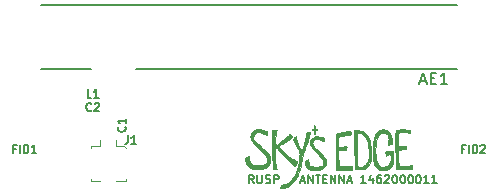
<source format=gbr>
%TF.GenerationSoftware,KiCad,Pcbnew,5.1.6+dfsg1-1~bpo10+1*%
%TF.CreationDate,2021-03-29T13:25:19-04:00*%
%TF.ProjectId,RUSP_Antenna,52555350-5f41-46e7-9465-6e6e612e6b69,rev?*%
%TF.SameCoordinates,Original*%
%TF.FileFunction,Legend,Top*%
%TF.FilePolarity,Positive*%
%FSLAX46Y46*%
G04 Gerber Fmt 4.6, Leading zero omitted, Abs format (unit mm)*
G04 Created by KiCad (PCBNEW 5.1.6+dfsg1-1~bpo10+1) date 2021-03-29 13:25:19*
%MOMM*%
%LPD*%
G01*
G04 APERTURE LIST*
%ADD10C,0.150000*%
%ADD11C,0.010000*%
%ADD12C,0.120000*%
G04 APERTURE END LIST*
D10*
X145183333Y-104616666D02*
X144950000Y-104283333D01*
X144783333Y-104616666D02*
X144783333Y-103916666D01*
X145050000Y-103916666D01*
X145116666Y-103950000D01*
X145150000Y-103983333D01*
X145183333Y-104050000D01*
X145183333Y-104150000D01*
X145150000Y-104216666D01*
X145116666Y-104250000D01*
X145050000Y-104283333D01*
X144783333Y-104283333D01*
X145483333Y-103916666D02*
X145483333Y-104483333D01*
X145516666Y-104550000D01*
X145550000Y-104583333D01*
X145616666Y-104616666D01*
X145750000Y-104616666D01*
X145816666Y-104583333D01*
X145850000Y-104550000D01*
X145883333Y-104483333D01*
X145883333Y-103916666D01*
X146183333Y-104583333D02*
X146283333Y-104616666D01*
X146450000Y-104616666D01*
X146516666Y-104583333D01*
X146550000Y-104550000D01*
X146583333Y-104483333D01*
X146583333Y-104416666D01*
X146550000Y-104350000D01*
X146516666Y-104316666D01*
X146450000Y-104283333D01*
X146316666Y-104250000D01*
X146250000Y-104216666D01*
X146216666Y-104183333D01*
X146183333Y-104116666D01*
X146183333Y-104050000D01*
X146216666Y-103983333D01*
X146250000Y-103950000D01*
X146316666Y-103916666D01*
X146483333Y-103916666D01*
X146583333Y-103950000D01*
X146883333Y-104616666D02*
X146883333Y-103916666D01*
X147150000Y-103916666D01*
X147216666Y-103950000D01*
X147250000Y-103983333D01*
X147283333Y-104050000D01*
X147283333Y-104150000D01*
X147250000Y-104216666D01*
X147216666Y-104250000D01*
X147150000Y-104283333D01*
X146883333Y-104283333D01*
X149150000Y-104416666D02*
X149483333Y-104416666D01*
X149083333Y-104616666D02*
X149316666Y-103916666D01*
X149550000Y-104616666D01*
X149783333Y-104616666D02*
X149783333Y-103916666D01*
X150183333Y-104616666D01*
X150183333Y-103916666D01*
X150416666Y-103916666D02*
X150816666Y-103916666D01*
X150616666Y-104616666D02*
X150616666Y-103916666D01*
X151050000Y-104250000D02*
X151283333Y-104250000D01*
X151383333Y-104616666D02*
X151050000Y-104616666D01*
X151050000Y-103916666D01*
X151383333Y-103916666D01*
X151683333Y-104616666D02*
X151683333Y-103916666D01*
X152083333Y-104616666D01*
X152083333Y-103916666D01*
X152416666Y-104616666D02*
X152416666Y-103916666D01*
X152816666Y-104616666D01*
X152816666Y-103916666D01*
X153116666Y-104416666D02*
X153450000Y-104416666D01*
X153050000Y-104616666D02*
X153283333Y-103916666D01*
X153516666Y-104616666D01*
X154650000Y-104616666D02*
X154250000Y-104616666D01*
X154450000Y-104616666D02*
X154450000Y-103916666D01*
X154383333Y-104016666D01*
X154316666Y-104083333D01*
X154250000Y-104116666D01*
X155250000Y-104150000D02*
X155250000Y-104616666D01*
X155083333Y-103883333D02*
X154916666Y-104383333D01*
X155350000Y-104383333D01*
X155916666Y-103916666D02*
X155783333Y-103916666D01*
X155716666Y-103950000D01*
X155683333Y-103983333D01*
X155616666Y-104083333D01*
X155583333Y-104216666D01*
X155583333Y-104483333D01*
X155616666Y-104550000D01*
X155650000Y-104583333D01*
X155716666Y-104616666D01*
X155850000Y-104616666D01*
X155916666Y-104583333D01*
X155950000Y-104550000D01*
X155983333Y-104483333D01*
X155983333Y-104316666D01*
X155950000Y-104250000D01*
X155916666Y-104216666D01*
X155850000Y-104183333D01*
X155716666Y-104183333D01*
X155650000Y-104216666D01*
X155616666Y-104250000D01*
X155583333Y-104316666D01*
X156250000Y-103983333D02*
X156283333Y-103950000D01*
X156350000Y-103916666D01*
X156516666Y-103916666D01*
X156583333Y-103950000D01*
X156616666Y-103983333D01*
X156650000Y-104050000D01*
X156650000Y-104116666D01*
X156616666Y-104216666D01*
X156216666Y-104616666D01*
X156650000Y-104616666D01*
X157083333Y-103916666D02*
X157150000Y-103916666D01*
X157216666Y-103950000D01*
X157250000Y-103983333D01*
X157283333Y-104050000D01*
X157316666Y-104183333D01*
X157316666Y-104350000D01*
X157283333Y-104483333D01*
X157250000Y-104550000D01*
X157216666Y-104583333D01*
X157150000Y-104616666D01*
X157083333Y-104616666D01*
X157016666Y-104583333D01*
X156983333Y-104550000D01*
X156950000Y-104483333D01*
X156916666Y-104350000D01*
X156916666Y-104183333D01*
X156950000Y-104050000D01*
X156983333Y-103983333D01*
X157016666Y-103950000D01*
X157083333Y-103916666D01*
X157750000Y-103916666D02*
X157816666Y-103916666D01*
X157883333Y-103950000D01*
X157916666Y-103983333D01*
X157950000Y-104050000D01*
X157983333Y-104183333D01*
X157983333Y-104350000D01*
X157950000Y-104483333D01*
X157916666Y-104550000D01*
X157883333Y-104583333D01*
X157816666Y-104616666D01*
X157750000Y-104616666D01*
X157683333Y-104583333D01*
X157650000Y-104550000D01*
X157616666Y-104483333D01*
X157583333Y-104350000D01*
X157583333Y-104183333D01*
X157616666Y-104050000D01*
X157650000Y-103983333D01*
X157683333Y-103950000D01*
X157750000Y-103916666D01*
X158416666Y-103916666D02*
X158483333Y-103916666D01*
X158550000Y-103950000D01*
X158583333Y-103983333D01*
X158616666Y-104050000D01*
X158650000Y-104183333D01*
X158650000Y-104350000D01*
X158616666Y-104483333D01*
X158583333Y-104550000D01*
X158550000Y-104583333D01*
X158483333Y-104616666D01*
X158416666Y-104616666D01*
X158350000Y-104583333D01*
X158316666Y-104550000D01*
X158283333Y-104483333D01*
X158250000Y-104350000D01*
X158250000Y-104183333D01*
X158283333Y-104050000D01*
X158316666Y-103983333D01*
X158350000Y-103950000D01*
X158416666Y-103916666D01*
X159083333Y-103916666D02*
X159149999Y-103916666D01*
X159216666Y-103950000D01*
X159249999Y-103983333D01*
X159283333Y-104050000D01*
X159316666Y-104183333D01*
X159316666Y-104350000D01*
X159283333Y-104483333D01*
X159249999Y-104550000D01*
X159216666Y-104583333D01*
X159149999Y-104616666D01*
X159083333Y-104616666D01*
X159016666Y-104583333D01*
X158983333Y-104550000D01*
X158949999Y-104483333D01*
X158916666Y-104350000D01*
X158916666Y-104183333D01*
X158949999Y-104050000D01*
X158983333Y-103983333D01*
X159016666Y-103950000D01*
X159083333Y-103916666D01*
X159983333Y-104616666D02*
X159583333Y-104616666D01*
X159783333Y-104616666D02*
X159783333Y-103916666D01*
X159716666Y-104016666D01*
X159649999Y-104083333D01*
X159583333Y-104116666D01*
X160649999Y-104616666D02*
X160249999Y-104616666D01*
X160449999Y-104616666D02*
X160449999Y-103916666D01*
X160383333Y-104016666D01*
X160316666Y-104083333D01*
X160249999Y-104116666D01*
D11*
%TO.C,G\u002A\u002A\u002A*%
G36*
X150335052Y-99844995D02*
G01*
X150355165Y-99953484D01*
X150384885Y-100017338D01*
X150431990Y-100047110D01*
X150488750Y-100053490D01*
X150541108Y-100062938D01*
X150547211Y-100083341D01*
X150511753Y-100104365D01*
X150461141Y-100114284D01*
X150410534Y-100122018D01*
X150381873Y-100142040D01*
X150366343Y-100188242D01*
X150355128Y-100274516D01*
X150354241Y-100282752D01*
X150340941Y-100378123D01*
X150326475Y-100440236D01*
X150313503Y-100463424D01*
X150304682Y-100442020D01*
X150302391Y-100393270D01*
X150294487Y-100261915D01*
X150268748Y-100176468D01*
X150222138Y-100129641D01*
X150187643Y-100117931D01*
X150122360Y-100097661D01*
X150093404Y-100074888D01*
X150106543Y-100057758D01*
X150142012Y-100053490D01*
X150206350Y-100045245D01*
X150247519Y-100014217D01*
X150273463Y-99949400D01*
X150291199Y-99846848D01*
X150313220Y-99681196D01*
X150335052Y-99844995D01*
G37*
X150335052Y-99844995D02*
X150355165Y-99953484D01*
X150384885Y-100017338D01*
X150431990Y-100047110D01*
X150488750Y-100053490D01*
X150541108Y-100062938D01*
X150547211Y-100083341D01*
X150511753Y-100104365D01*
X150461141Y-100114284D01*
X150410534Y-100122018D01*
X150381873Y-100142040D01*
X150366343Y-100188242D01*
X150355128Y-100274516D01*
X150354241Y-100282752D01*
X150340941Y-100378123D01*
X150326475Y-100440236D01*
X150313503Y-100463424D01*
X150304682Y-100442020D01*
X150302391Y-100393270D01*
X150294487Y-100261915D01*
X150268748Y-100176468D01*
X150222138Y-100129641D01*
X150187643Y-100117931D01*
X150122360Y-100097661D01*
X150093404Y-100074888D01*
X150106543Y-100057758D01*
X150142012Y-100053490D01*
X150206350Y-100045245D01*
X150247519Y-100014217D01*
X150273463Y-99949400D01*
X150291199Y-99846848D01*
X150313220Y-99681196D01*
X150335052Y-99844995D01*
G36*
X145673295Y-100034675D02*
G01*
X145779766Y-100056966D01*
X145904563Y-100088949D01*
X146033138Y-100126392D01*
X146150948Y-100165067D01*
X146243445Y-100200744D01*
X146295365Y-100228599D01*
X146318438Y-100270900D01*
X146321210Y-100350280D01*
X146316929Y-100394946D01*
X146305236Y-100475916D01*
X146293348Y-100531030D01*
X146287996Y-100543598D01*
X146260261Y-100536788D01*
X146206181Y-100504301D01*
X146183606Y-100488122D01*
X146050832Y-100410447D01*
X145893504Y-100351639D01*
X145726355Y-100314209D01*
X145564116Y-100300669D01*
X145421519Y-100313530D01*
X145333892Y-100343253D01*
X145223175Y-100428813D01*
X145150777Y-100544126D01*
X145121580Y-100676096D01*
X145140467Y-100811630D01*
X145149882Y-100836672D01*
X145210453Y-100939304D01*
X145316906Y-101068436D01*
X145467662Y-101222346D01*
X145661146Y-101399308D01*
X145677934Y-101413984D01*
X145908657Y-101619605D01*
X146097533Y-101799205D01*
X146248235Y-101958022D01*
X146364432Y-102101298D01*
X146449795Y-102234270D01*
X146507995Y-102362177D01*
X146542703Y-102490260D01*
X146557589Y-102623757D01*
X146558787Y-102671247D01*
X146544177Y-102863808D01*
X146495754Y-103023736D01*
X146410736Y-103153049D01*
X146286337Y-103253761D01*
X146119774Y-103327890D01*
X145908263Y-103377451D01*
X145649021Y-103404460D01*
X145539891Y-103409158D01*
X145395171Y-103411548D01*
X145261944Y-103410379D01*
X145154462Y-103405993D01*
X145086975Y-103398735D01*
X145084347Y-103398180D01*
X144895297Y-103328945D01*
X144732315Y-103213998D01*
X144599590Y-103058323D01*
X144501308Y-102866907D01*
X144441658Y-102644733D01*
X144439386Y-102630452D01*
X144421735Y-102515142D01*
X144570043Y-102430288D01*
X144653176Y-102385436D01*
X144719244Y-102354681D01*
X144749502Y-102345435D01*
X144768941Y-102371327D01*
X144779544Y-102442998D01*
X144780921Y-102490381D01*
X144805855Y-102675418D01*
X144876936Y-102834770D01*
X144989677Y-102962713D01*
X145139592Y-103053522D01*
X145250000Y-103088839D01*
X145428503Y-103113439D01*
X145623721Y-103113703D01*
X145818315Y-103091603D01*
X145994941Y-103049112D01*
X146136258Y-102988205D01*
X146136696Y-102987947D01*
X146227679Y-102904152D01*
X146279732Y-102788385D01*
X146291478Y-102649156D01*
X146261537Y-102494976D01*
X146229779Y-102413348D01*
X146192032Y-102355867D01*
X146117037Y-102264840D01*
X146008226Y-102144059D01*
X145869032Y-101997316D01*
X145702886Y-101828401D01*
X145675459Y-101800995D01*
X145469851Y-101593307D01*
X145302152Y-101417047D01*
X145168823Y-101267159D01*
X145066326Y-101138588D01*
X144991122Y-101026277D01*
X144939673Y-100925170D01*
X144908440Y-100830213D01*
X144893885Y-100736348D01*
X144891693Y-100681124D01*
X144907999Y-100530806D01*
X144962824Y-100398050D01*
X145062773Y-100268219D01*
X145091215Y-100238854D01*
X145246542Y-100120789D01*
X145426108Y-100048345D01*
X145599696Y-100026305D01*
X145673295Y-100034675D01*
G37*
X145673295Y-100034675D02*
X145779766Y-100056966D01*
X145904563Y-100088949D01*
X146033138Y-100126392D01*
X146150948Y-100165067D01*
X146243445Y-100200744D01*
X146295365Y-100228599D01*
X146318438Y-100270900D01*
X146321210Y-100350280D01*
X146316929Y-100394946D01*
X146305236Y-100475916D01*
X146293348Y-100531030D01*
X146287996Y-100543598D01*
X146260261Y-100536788D01*
X146206181Y-100504301D01*
X146183606Y-100488122D01*
X146050832Y-100410447D01*
X145893504Y-100351639D01*
X145726355Y-100314209D01*
X145564116Y-100300669D01*
X145421519Y-100313530D01*
X145333892Y-100343253D01*
X145223175Y-100428813D01*
X145150777Y-100544126D01*
X145121580Y-100676096D01*
X145140467Y-100811630D01*
X145149882Y-100836672D01*
X145210453Y-100939304D01*
X145316906Y-101068436D01*
X145467662Y-101222346D01*
X145661146Y-101399308D01*
X145677934Y-101413984D01*
X145908657Y-101619605D01*
X146097533Y-101799205D01*
X146248235Y-101958022D01*
X146364432Y-102101298D01*
X146449795Y-102234270D01*
X146507995Y-102362177D01*
X146542703Y-102490260D01*
X146557589Y-102623757D01*
X146558787Y-102671247D01*
X146544177Y-102863808D01*
X146495754Y-103023736D01*
X146410736Y-103153049D01*
X146286337Y-103253761D01*
X146119774Y-103327890D01*
X145908263Y-103377451D01*
X145649021Y-103404460D01*
X145539891Y-103409158D01*
X145395171Y-103411548D01*
X145261944Y-103410379D01*
X145154462Y-103405993D01*
X145086975Y-103398735D01*
X145084347Y-103398180D01*
X144895297Y-103328945D01*
X144732315Y-103213998D01*
X144599590Y-103058323D01*
X144501308Y-102866907D01*
X144441658Y-102644733D01*
X144439386Y-102630452D01*
X144421735Y-102515142D01*
X144570043Y-102430288D01*
X144653176Y-102385436D01*
X144719244Y-102354681D01*
X144749502Y-102345435D01*
X144768941Y-102371327D01*
X144779544Y-102442998D01*
X144780921Y-102490381D01*
X144805855Y-102675418D01*
X144876936Y-102834770D01*
X144989677Y-102962713D01*
X145139592Y-103053522D01*
X145250000Y-103088839D01*
X145428503Y-103113439D01*
X145623721Y-103113703D01*
X145818315Y-103091603D01*
X145994941Y-103049112D01*
X146136258Y-102988205D01*
X146136696Y-102987947D01*
X146227679Y-102904152D01*
X146279732Y-102788385D01*
X146291478Y-102649156D01*
X146261537Y-102494976D01*
X146229779Y-102413348D01*
X146192032Y-102355867D01*
X146117037Y-102264840D01*
X146008226Y-102144059D01*
X145869032Y-101997316D01*
X145702886Y-101828401D01*
X145675459Y-101800995D01*
X145469851Y-101593307D01*
X145302152Y-101417047D01*
X145168823Y-101267159D01*
X145066326Y-101138588D01*
X144991122Y-101026277D01*
X144939673Y-100925170D01*
X144908440Y-100830213D01*
X144893885Y-100736348D01*
X144891693Y-100681124D01*
X144907999Y-100530806D01*
X144962824Y-100398050D01*
X145062773Y-100268219D01*
X145091215Y-100238854D01*
X145246542Y-100120789D01*
X145426108Y-100048345D01*
X145599696Y-100026305D01*
X145673295Y-100034675D01*
G36*
X158012350Y-100070538D02*
G01*
X158095885Y-100073797D01*
X158414306Y-100089479D01*
X158423902Y-100190098D01*
X158428422Y-100297414D01*
X158412070Y-100360217D01*
X158367516Y-100383353D01*
X158287425Y-100371667D01*
X158195047Y-100341306D01*
X158109263Y-100319880D01*
X157994347Y-100304203D01*
X157864335Y-100294622D01*
X157733263Y-100291485D01*
X157615168Y-100295136D01*
X157524086Y-100305923D01*
X157474830Y-100323526D01*
X157448297Y-100372064D01*
X157423836Y-100466661D01*
X157402624Y-100598165D01*
X157385837Y-100757426D01*
X157374651Y-100935292D01*
X157370242Y-101122612D01*
X157370217Y-101137452D01*
X157370299Y-101272889D01*
X157375227Y-101373305D01*
X157392028Y-101442917D01*
X157427726Y-101485943D01*
X157489346Y-101506599D01*
X157583914Y-101509103D01*
X157718455Y-101497672D01*
X157899994Y-101476523D01*
X157929293Y-101473058D01*
X158088043Y-101454354D01*
X158088043Y-101579014D01*
X158080231Y-101663348D01*
X158060330Y-101723069D01*
X158051336Y-101734138D01*
X158006489Y-101748066D01*
X157916094Y-101757953D01*
X157789728Y-101762961D01*
X157717179Y-101763378D01*
X157594200Y-101764474D01*
X157492472Y-101768391D01*
X157424175Y-101774473D01*
X157401875Y-101780365D01*
X157394065Y-101815916D01*
X157389488Y-101896402D01*
X157387917Y-102011648D01*
X157389124Y-102151481D01*
X157392883Y-102305726D01*
X157398965Y-102464210D01*
X157407144Y-102616757D01*
X157417193Y-102753195D01*
X157425455Y-102835726D01*
X157446324Y-102983480D01*
X157469162Y-103080989D01*
X157495216Y-103133219D01*
X157501579Y-103139185D01*
X157556091Y-103157807D01*
X157653499Y-103168810D01*
X157782004Y-103172151D01*
X157929807Y-103167790D01*
X158085109Y-103155684D01*
X158198478Y-103141635D01*
X158312050Y-103126155D01*
X158414931Y-103114147D01*
X158485789Y-103108089D01*
X158488369Y-103107977D01*
X158571195Y-103104674D01*
X158571195Y-103435978D01*
X157903614Y-103443367D01*
X157715722Y-103444464D01*
X157547414Y-103443563D01*
X157406305Y-103440857D01*
X157300011Y-103436535D01*
X157236146Y-103430791D01*
X157220848Y-103426185D01*
X157214918Y-103390272D01*
X157208794Y-103305544D01*
X157202599Y-103178402D01*
X157196454Y-103015247D01*
X157190484Y-102822480D01*
X157184810Y-102606503D01*
X157179555Y-102373717D01*
X157174843Y-102130523D01*
X157170794Y-101883322D01*
X157167533Y-101638515D01*
X157165182Y-101402504D01*
X157163864Y-101181690D01*
X157163701Y-100982473D01*
X157164815Y-100811256D01*
X157167331Y-100674440D01*
X157167804Y-100658313D01*
X157185493Y-100089344D01*
X157481478Y-100073729D01*
X157642826Y-100068496D01*
X157829645Y-100067433D01*
X158012350Y-100070538D01*
G37*
X158012350Y-100070538D02*
X158095885Y-100073797D01*
X158414306Y-100089479D01*
X158423902Y-100190098D01*
X158428422Y-100297414D01*
X158412070Y-100360217D01*
X158367516Y-100383353D01*
X158287425Y-100371667D01*
X158195047Y-100341306D01*
X158109263Y-100319880D01*
X157994347Y-100304203D01*
X157864335Y-100294622D01*
X157733263Y-100291485D01*
X157615168Y-100295136D01*
X157524086Y-100305923D01*
X157474830Y-100323526D01*
X157448297Y-100372064D01*
X157423836Y-100466661D01*
X157402624Y-100598165D01*
X157385837Y-100757426D01*
X157374651Y-100935292D01*
X157370242Y-101122612D01*
X157370217Y-101137452D01*
X157370299Y-101272889D01*
X157375227Y-101373305D01*
X157392028Y-101442917D01*
X157427726Y-101485943D01*
X157489346Y-101506599D01*
X157583914Y-101509103D01*
X157718455Y-101497672D01*
X157899994Y-101476523D01*
X157929293Y-101473058D01*
X158088043Y-101454354D01*
X158088043Y-101579014D01*
X158080231Y-101663348D01*
X158060330Y-101723069D01*
X158051336Y-101734138D01*
X158006489Y-101748066D01*
X157916094Y-101757953D01*
X157789728Y-101762961D01*
X157717179Y-101763378D01*
X157594200Y-101764474D01*
X157492472Y-101768391D01*
X157424175Y-101774473D01*
X157401875Y-101780365D01*
X157394065Y-101815916D01*
X157389488Y-101896402D01*
X157387917Y-102011648D01*
X157389124Y-102151481D01*
X157392883Y-102305726D01*
X157398965Y-102464210D01*
X157407144Y-102616757D01*
X157417193Y-102753195D01*
X157425455Y-102835726D01*
X157446324Y-102983480D01*
X157469162Y-103080989D01*
X157495216Y-103133219D01*
X157501579Y-103139185D01*
X157556091Y-103157807D01*
X157653499Y-103168810D01*
X157782004Y-103172151D01*
X157929807Y-103167790D01*
X158085109Y-103155684D01*
X158198478Y-103141635D01*
X158312050Y-103126155D01*
X158414931Y-103114147D01*
X158485789Y-103108089D01*
X158488369Y-103107977D01*
X158571195Y-103104674D01*
X158571195Y-103435978D01*
X157903614Y-103443367D01*
X157715722Y-103444464D01*
X157547414Y-103443563D01*
X157406305Y-103440857D01*
X157300011Y-103436535D01*
X157236146Y-103430791D01*
X157220848Y-103426185D01*
X157214918Y-103390272D01*
X157208794Y-103305544D01*
X157202599Y-103178402D01*
X157196454Y-103015247D01*
X157190484Y-102822480D01*
X157184810Y-102606503D01*
X157179555Y-102373717D01*
X157174843Y-102130523D01*
X157170794Y-101883322D01*
X157167533Y-101638515D01*
X157165182Y-101402504D01*
X157163864Y-101181690D01*
X157163701Y-100982473D01*
X157164815Y-100811256D01*
X157167331Y-100674440D01*
X157167804Y-100658313D01*
X157185493Y-100089344D01*
X157481478Y-100073729D01*
X157642826Y-100068496D01*
X157829645Y-100067433D01*
X158012350Y-100070538D01*
G36*
X153939837Y-100141476D02*
G01*
X154086590Y-100149021D01*
X154194728Y-100161135D01*
X154280832Y-100180850D01*
X154361481Y-100211195D01*
X154388478Y-100223474D01*
X154578764Y-100342854D01*
X154740546Y-100508780D01*
X154873418Y-100720263D01*
X154976973Y-100976313D01*
X155050804Y-101275943D01*
X155094506Y-101618163D01*
X155107752Y-101972718D01*
X155095573Y-102317335D01*
X155058682Y-102613515D01*
X154996570Y-102862451D01*
X154908729Y-103065338D01*
X154794650Y-103223369D01*
X154653824Y-103337737D01*
X154496524Y-103406522D01*
X154407639Y-103425415D01*
X154293005Y-103439250D01*
X154164714Y-103447886D01*
X154034853Y-103451183D01*
X153915515Y-103449002D01*
X153818789Y-103441203D01*
X153756764Y-103427645D01*
X153740642Y-103415272D01*
X153738215Y-103383408D01*
X153734444Y-103302363D01*
X153729517Y-103178148D01*
X153723618Y-103016778D01*
X153716932Y-102824268D01*
X153709646Y-102606630D01*
X153701944Y-102369878D01*
X153694012Y-102120026D01*
X153686036Y-101863089D01*
X153678200Y-101605079D01*
X153670691Y-101352011D01*
X153663693Y-101109898D01*
X153662436Y-101064971D01*
X153892208Y-101064971D01*
X153892235Y-101305302D01*
X153892327Y-101428417D01*
X153894034Y-101807588D01*
X153898460Y-102145313D01*
X153905510Y-102439610D01*
X153915091Y-102688501D01*
X153927109Y-102890005D01*
X153941471Y-103042142D01*
X153958083Y-103142933D01*
X153975573Y-103188977D01*
X154023204Y-103218291D01*
X154093740Y-103236703D01*
X154163637Y-103245733D01*
X154208925Y-103252066D01*
X154209021Y-103252082D01*
X154246467Y-103243124D01*
X154317498Y-103215413D01*
X154402282Y-103177030D01*
X154567127Y-103079006D01*
X154694302Y-102956405D01*
X154796667Y-102795987D01*
X154821124Y-102745761D01*
X154850939Y-102677774D01*
X154872260Y-102615553D01*
X154886839Y-102547290D01*
X154896429Y-102461176D01*
X154902782Y-102345403D01*
X154907651Y-102188164D01*
X154908430Y-102157549D01*
X154904230Y-101820001D01*
X154875126Y-101508722D01*
X154822625Y-101227242D01*
X154748233Y-100979094D01*
X154653455Y-100767807D01*
X154539798Y-100596914D01*
X154408767Y-100469944D01*
X154261869Y-100390429D01*
X154143526Y-100364187D01*
X154050493Y-100362879D01*
X153972558Y-100374715D01*
X153950764Y-100383063D01*
X153935392Y-100392303D01*
X153922943Y-100405511D01*
X153913116Y-100428116D01*
X153905607Y-100465544D01*
X153900112Y-100523222D01*
X153896328Y-100606576D01*
X153893952Y-100721035D01*
X153892680Y-100872024D01*
X153892208Y-101064971D01*
X153662436Y-101064971D01*
X153657393Y-100884754D01*
X153651975Y-100682592D01*
X153647625Y-100509428D01*
X153644529Y-100371274D01*
X153642872Y-100274144D01*
X153642648Y-100237218D01*
X153643043Y-100130631D01*
X153939837Y-100141476D01*
G37*
X153939837Y-100141476D02*
X154086590Y-100149021D01*
X154194728Y-100161135D01*
X154280832Y-100180850D01*
X154361481Y-100211195D01*
X154388478Y-100223474D01*
X154578764Y-100342854D01*
X154740546Y-100508780D01*
X154873418Y-100720263D01*
X154976973Y-100976313D01*
X155050804Y-101275943D01*
X155094506Y-101618163D01*
X155107752Y-101972718D01*
X155095573Y-102317335D01*
X155058682Y-102613515D01*
X154996570Y-102862451D01*
X154908729Y-103065338D01*
X154794650Y-103223369D01*
X154653824Y-103337737D01*
X154496524Y-103406522D01*
X154407639Y-103425415D01*
X154293005Y-103439250D01*
X154164714Y-103447886D01*
X154034853Y-103451183D01*
X153915515Y-103449002D01*
X153818789Y-103441203D01*
X153756764Y-103427645D01*
X153740642Y-103415272D01*
X153738215Y-103383408D01*
X153734444Y-103302363D01*
X153729517Y-103178148D01*
X153723618Y-103016778D01*
X153716932Y-102824268D01*
X153709646Y-102606630D01*
X153701944Y-102369878D01*
X153694012Y-102120026D01*
X153686036Y-101863089D01*
X153678200Y-101605079D01*
X153670691Y-101352011D01*
X153663693Y-101109898D01*
X153662436Y-101064971D01*
X153892208Y-101064971D01*
X153892235Y-101305302D01*
X153892327Y-101428417D01*
X153894034Y-101807588D01*
X153898460Y-102145313D01*
X153905510Y-102439610D01*
X153915091Y-102688501D01*
X153927109Y-102890005D01*
X153941471Y-103042142D01*
X153958083Y-103142933D01*
X153975573Y-103188977D01*
X154023204Y-103218291D01*
X154093740Y-103236703D01*
X154163637Y-103245733D01*
X154208925Y-103252066D01*
X154209021Y-103252082D01*
X154246467Y-103243124D01*
X154317498Y-103215413D01*
X154402282Y-103177030D01*
X154567127Y-103079006D01*
X154694302Y-102956405D01*
X154796667Y-102795987D01*
X154821124Y-102745761D01*
X154850939Y-102677774D01*
X154872260Y-102615553D01*
X154886839Y-102547290D01*
X154896429Y-102461176D01*
X154902782Y-102345403D01*
X154907651Y-102188164D01*
X154908430Y-102157549D01*
X154904230Y-101820001D01*
X154875126Y-101508722D01*
X154822625Y-101227242D01*
X154748233Y-100979094D01*
X154653455Y-100767807D01*
X154539798Y-100596914D01*
X154408767Y-100469944D01*
X154261869Y-100390429D01*
X154143526Y-100364187D01*
X154050493Y-100362879D01*
X153972558Y-100374715D01*
X153950764Y-100383063D01*
X153935392Y-100392303D01*
X153922943Y-100405511D01*
X153913116Y-100428116D01*
X153905607Y-100465544D01*
X153900112Y-100523222D01*
X153896328Y-100606576D01*
X153893952Y-100721035D01*
X153892680Y-100872024D01*
X153892208Y-101064971D01*
X153662436Y-101064971D01*
X153657393Y-100884754D01*
X153651975Y-100682592D01*
X153647625Y-100509428D01*
X153644529Y-100371274D01*
X153642872Y-100274144D01*
X153642648Y-100237218D01*
X153643043Y-100130631D01*
X153939837Y-100141476D01*
G36*
X147088086Y-100156128D02*
G01*
X147047649Y-100361856D01*
X147014412Y-100567336D01*
X146989158Y-100763824D01*
X146972669Y-100942573D01*
X146965730Y-101094839D01*
X146969123Y-101211876D01*
X146983632Y-101284938D01*
X146986475Y-101290938D01*
X147019197Y-101333551D01*
X147062601Y-101351661D01*
X147121396Y-101342947D01*
X147200290Y-101305090D01*
X147303990Y-101235772D01*
X147437204Y-101132672D01*
X147604641Y-100993473D01*
X147624347Y-100976711D01*
X147745197Y-100870732D01*
X147873698Y-100753153D01*
X147989772Y-100642530D01*
X148037680Y-100594803D01*
X148118280Y-100515091D01*
X148185394Y-100453123D01*
X148229199Y-100417761D01*
X148239363Y-100412826D01*
X148261659Y-100436075D01*
X148296769Y-100496629D01*
X148331877Y-100569958D01*
X148401368Y-100727089D01*
X148337260Y-100776436D01*
X148293413Y-100806482D01*
X148211271Y-100859427D01*
X148099802Y-100929619D01*
X147967974Y-101011405D01*
X147843379Y-101087785D01*
X147702071Y-101175282D01*
X147574503Y-101256803D01*
X147469355Y-101326602D01*
X147395307Y-101378931D01*
X147362748Y-101405984D01*
X147336973Y-101442675D01*
X147330385Y-101482604D01*
X147346592Y-101533813D01*
X147389202Y-101604345D01*
X147461824Y-101702241D01*
X147539670Y-101800341D01*
X147804159Y-102089357D01*
X148096852Y-102332264D01*
X148423067Y-102533202D01*
X148578340Y-102609272D01*
X148691437Y-102664936D01*
X148763201Y-102716639D01*
X148798313Y-102776449D01*
X148801451Y-102856432D01*
X148777294Y-102968657D01*
X148751683Y-103056359D01*
X148725202Y-103118274D01*
X148683182Y-103142591D01*
X148629532Y-103146087D01*
X148576420Y-103140306D01*
X148526752Y-103117441D01*
X148468379Y-103069210D01*
X148389155Y-102987331D01*
X148376462Y-102973533D01*
X148296313Y-102887069D01*
X148190800Y-102774606D01*
X148072882Y-102649893D01*
X147955521Y-102526682D01*
X147940593Y-102511087D01*
X147817671Y-102381099D01*
X147686506Y-102239639D01*
X147562545Y-102103521D01*
X147461238Y-101989559D01*
X147458592Y-101986522D01*
X147346828Y-101859728D01*
X147263151Y-101769627D01*
X147200647Y-101710205D01*
X147152403Y-101675447D01*
X147111504Y-101659341D01*
X147078392Y-101655831D01*
X147037608Y-101662867D01*
X147007021Y-101688915D01*
X146985635Y-101740035D01*
X146972452Y-101822287D01*
X146966476Y-101941731D01*
X146966710Y-102104424D01*
X146971760Y-102304022D01*
X146986125Y-102599265D01*
X147008930Y-102857562D01*
X147039407Y-103070455D01*
X147043220Y-103090870D01*
X147066190Y-103213388D01*
X147084639Y-103317250D01*
X147096333Y-103389539D01*
X147099328Y-103415272D01*
X147075402Y-103437717D01*
X147001147Y-103448542D01*
X146947068Y-103449783D01*
X146845611Y-103443479D01*
X146791103Y-103425307D01*
X146783714Y-103415272D01*
X146780741Y-103380240D01*
X146777124Y-103296238D01*
X146772988Y-103169506D01*
X146768455Y-103006286D01*
X146763648Y-102812819D01*
X146758692Y-102595346D01*
X146753708Y-102360108D01*
X146748821Y-102113347D01*
X146744154Y-101861304D01*
X146739830Y-101610219D01*
X146735973Y-101366336D01*
X146732705Y-101135893D01*
X146730151Y-100925134D01*
X146728433Y-100740299D01*
X146727674Y-100587629D01*
X146727661Y-100578478D01*
X146727065Y-100095326D01*
X146915907Y-100087106D01*
X147104748Y-100078886D01*
X147088086Y-100156128D01*
G37*
X147088086Y-100156128D02*
X147047649Y-100361856D01*
X147014412Y-100567336D01*
X146989158Y-100763824D01*
X146972669Y-100942573D01*
X146965730Y-101094839D01*
X146969123Y-101211876D01*
X146983632Y-101284938D01*
X146986475Y-101290938D01*
X147019197Y-101333551D01*
X147062601Y-101351661D01*
X147121396Y-101342947D01*
X147200290Y-101305090D01*
X147303990Y-101235772D01*
X147437204Y-101132672D01*
X147604641Y-100993473D01*
X147624347Y-100976711D01*
X147745197Y-100870732D01*
X147873698Y-100753153D01*
X147989772Y-100642530D01*
X148037680Y-100594803D01*
X148118280Y-100515091D01*
X148185394Y-100453123D01*
X148229199Y-100417761D01*
X148239363Y-100412826D01*
X148261659Y-100436075D01*
X148296769Y-100496629D01*
X148331877Y-100569958D01*
X148401368Y-100727089D01*
X148337260Y-100776436D01*
X148293413Y-100806482D01*
X148211271Y-100859427D01*
X148099802Y-100929619D01*
X147967974Y-101011405D01*
X147843379Y-101087785D01*
X147702071Y-101175282D01*
X147574503Y-101256803D01*
X147469355Y-101326602D01*
X147395307Y-101378931D01*
X147362748Y-101405984D01*
X147336973Y-101442675D01*
X147330385Y-101482604D01*
X147346592Y-101533813D01*
X147389202Y-101604345D01*
X147461824Y-101702241D01*
X147539670Y-101800341D01*
X147804159Y-102089357D01*
X148096852Y-102332264D01*
X148423067Y-102533202D01*
X148578340Y-102609272D01*
X148691437Y-102664936D01*
X148763201Y-102716639D01*
X148798313Y-102776449D01*
X148801451Y-102856432D01*
X148777294Y-102968657D01*
X148751683Y-103056359D01*
X148725202Y-103118274D01*
X148683182Y-103142591D01*
X148629532Y-103146087D01*
X148576420Y-103140306D01*
X148526752Y-103117441D01*
X148468379Y-103069210D01*
X148389155Y-102987331D01*
X148376462Y-102973533D01*
X148296313Y-102887069D01*
X148190800Y-102774606D01*
X148072882Y-102649893D01*
X147955521Y-102526682D01*
X147940593Y-102511087D01*
X147817671Y-102381099D01*
X147686506Y-102239639D01*
X147562545Y-102103521D01*
X147461238Y-101989559D01*
X147458592Y-101986522D01*
X147346828Y-101859728D01*
X147263151Y-101769627D01*
X147200647Y-101710205D01*
X147152403Y-101675447D01*
X147111504Y-101659341D01*
X147078392Y-101655831D01*
X147037608Y-101662867D01*
X147007021Y-101688915D01*
X146985635Y-101740035D01*
X146972452Y-101822287D01*
X146966476Y-101941731D01*
X146966710Y-102104424D01*
X146971760Y-102304022D01*
X146986125Y-102599265D01*
X147008930Y-102857562D01*
X147039407Y-103070455D01*
X147043220Y-103090870D01*
X147066190Y-103213388D01*
X147084639Y-103317250D01*
X147096333Y-103389539D01*
X147099328Y-103415272D01*
X147075402Y-103437717D01*
X147001147Y-103448542D01*
X146947068Y-103449783D01*
X146845611Y-103443479D01*
X146791103Y-103425307D01*
X146783714Y-103415272D01*
X146780741Y-103380240D01*
X146777124Y-103296238D01*
X146772988Y-103169506D01*
X146768455Y-103006286D01*
X146763648Y-102812819D01*
X146758692Y-102595346D01*
X146753708Y-102360108D01*
X146748821Y-102113347D01*
X146744154Y-101861304D01*
X146739830Y-101610219D01*
X146735973Y-101366336D01*
X146732705Y-101135893D01*
X146730151Y-100925134D01*
X146728433Y-100740299D01*
X146727674Y-100587629D01*
X146727661Y-100578478D01*
X146727065Y-100095326D01*
X146915907Y-100087106D01*
X147104748Y-100078886D01*
X147088086Y-100156128D01*
G36*
X153360139Y-100200365D02*
G01*
X153365015Y-100265623D01*
X153368731Y-100347379D01*
X153370363Y-100426276D01*
X153369516Y-100474946D01*
X153357763Y-100504056D01*
X153318071Y-100519158D01*
X153237828Y-100524509D01*
X153222010Y-100524729D01*
X153137079Y-100530220D01*
X153014674Y-100544049D01*
X152871540Y-100564094D01*
X152732240Y-100586848D01*
X152583576Y-100613605D01*
X152476028Y-100639446D01*
X152402705Y-100673231D01*
X152356712Y-100723822D01*
X152331155Y-100800080D01*
X152319141Y-100910865D01*
X152313775Y-101065039D01*
X152312296Y-101126639D01*
X152309709Y-101277829D01*
X152314843Y-101390181D01*
X152334447Y-101468173D01*
X152375271Y-101516281D01*
X152444065Y-101538982D01*
X152547579Y-101540752D01*
X152692564Y-101526069D01*
X152876357Y-101500746D01*
X152969827Y-101496488D01*
X153021078Y-101521121D01*
X153035373Y-101581219D01*
X153019069Y-101678974D01*
X152994239Y-101779457D01*
X152682650Y-101779457D01*
X152539245Y-101781024D01*
X152441899Y-101786465D01*
X152381521Y-101796884D01*
X152349022Y-101813390D01*
X152342511Y-101820870D01*
X152333263Y-101863075D01*
X152327925Y-101950056D01*
X152326208Y-102071531D01*
X152327823Y-102217217D01*
X152332480Y-102376832D01*
X152339889Y-102540096D01*
X152349762Y-102696725D01*
X152361808Y-102836438D01*
X152373925Y-102936868D01*
X152390075Y-103041909D01*
X152408844Y-103115727D01*
X152439182Y-103163329D01*
X152490039Y-103189726D01*
X152570365Y-103199927D01*
X152689111Y-103198940D01*
X152831294Y-103192851D01*
X152980473Y-103184066D01*
X153121868Y-103172110D01*
X153239885Y-103158527D01*
X153318928Y-103144863D01*
X153321077Y-103144332D01*
X153426833Y-103123246D01*
X153490606Y-103130104D01*
X153521552Y-103172023D01*
X153528829Y-103256125D01*
X153527094Y-103304503D01*
X153518804Y-103463587D01*
X152839723Y-103470962D01*
X152160643Y-103478338D01*
X152142867Y-103167107D01*
X152136653Y-103036487D01*
X152130629Y-102869125D01*
X152124889Y-102672040D01*
X152119526Y-102452251D01*
X152114634Y-102216777D01*
X152110309Y-101972638D01*
X152106643Y-101726851D01*
X152103730Y-101486438D01*
X152101666Y-101258416D01*
X152100542Y-101049804D01*
X152100455Y-100867623D01*
X152101497Y-100718890D01*
X152103763Y-100610626D01*
X152107346Y-100549849D01*
X152107775Y-100546692D01*
X152127131Y-100418274D01*
X152284598Y-100389250D01*
X152366132Y-100373325D01*
X152488206Y-100348349D01*
X152637426Y-100317115D01*
X152800400Y-100282413D01*
X152895020Y-100261999D01*
X153045125Y-100229940D01*
X153175062Y-100203125D01*
X153275842Y-100183334D01*
X153338477Y-100172346D01*
X153355025Y-100170962D01*
X153360139Y-100200365D01*
G37*
X153360139Y-100200365D02*
X153365015Y-100265623D01*
X153368731Y-100347379D01*
X153370363Y-100426276D01*
X153369516Y-100474946D01*
X153357763Y-100504056D01*
X153318071Y-100519158D01*
X153237828Y-100524509D01*
X153222010Y-100524729D01*
X153137079Y-100530220D01*
X153014674Y-100544049D01*
X152871540Y-100564094D01*
X152732240Y-100586848D01*
X152583576Y-100613605D01*
X152476028Y-100639446D01*
X152402705Y-100673231D01*
X152356712Y-100723822D01*
X152331155Y-100800080D01*
X152319141Y-100910865D01*
X152313775Y-101065039D01*
X152312296Y-101126639D01*
X152309709Y-101277829D01*
X152314843Y-101390181D01*
X152334447Y-101468173D01*
X152375271Y-101516281D01*
X152444065Y-101538982D01*
X152547579Y-101540752D01*
X152692564Y-101526069D01*
X152876357Y-101500746D01*
X152969827Y-101496488D01*
X153021078Y-101521121D01*
X153035373Y-101581219D01*
X153019069Y-101678974D01*
X152994239Y-101779457D01*
X152682650Y-101779457D01*
X152539245Y-101781024D01*
X152441899Y-101786465D01*
X152381521Y-101796884D01*
X152349022Y-101813390D01*
X152342511Y-101820870D01*
X152333263Y-101863075D01*
X152327925Y-101950056D01*
X152326208Y-102071531D01*
X152327823Y-102217217D01*
X152332480Y-102376832D01*
X152339889Y-102540096D01*
X152349762Y-102696725D01*
X152361808Y-102836438D01*
X152373925Y-102936868D01*
X152390075Y-103041909D01*
X152408844Y-103115727D01*
X152439182Y-103163329D01*
X152490039Y-103189726D01*
X152570365Y-103199927D01*
X152689111Y-103198940D01*
X152831294Y-103192851D01*
X152980473Y-103184066D01*
X153121868Y-103172110D01*
X153239885Y-103158527D01*
X153318928Y-103144863D01*
X153321077Y-103144332D01*
X153426833Y-103123246D01*
X153490606Y-103130104D01*
X153521552Y-103172023D01*
X153528829Y-103256125D01*
X153527094Y-103304503D01*
X153518804Y-103463587D01*
X152839723Y-103470962D01*
X152160643Y-103478338D01*
X152142867Y-103167107D01*
X152136653Y-103036487D01*
X152130629Y-102869125D01*
X152124889Y-102672040D01*
X152119526Y-102452251D01*
X152114634Y-102216777D01*
X152110309Y-101972638D01*
X152106643Y-101726851D01*
X152103730Y-101486438D01*
X152101666Y-101258416D01*
X152100542Y-101049804D01*
X152100455Y-100867623D01*
X152101497Y-100718890D01*
X152103763Y-100610626D01*
X152107346Y-100549849D01*
X152107775Y-100546692D01*
X152127131Y-100418274D01*
X152284598Y-100389250D01*
X152366132Y-100373325D01*
X152488206Y-100348349D01*
X152637426Y-100317115D01*
X152800400Y-100282413D01*
X152895020Y-100261999D01*
X153045125Y-100229940D01*
X153175062Y-100203125D01*
X153275842Y-100183334D01*
X153338477Y-100172346D01*
X153355025Y-100170962D01*
X153360139Y-100200365D01*
G36*
X156161661Y-100059196D02*
G01*
X156243812Y-100073581D01*
X156296827Y-100084819D01*
X156459886Y-100147096D01*
X156598873Y-100257728D01*
X156712596Y-100414816D01*
X156799863Y-100616462D01*
X156859480Y-100860766D01*
X156880176Y-101013842D01*
X156891075Y-101132673D01*
X156897704Y-101229445D01*
X156899371Y-101292082D01*
X156897123Y-101309253D01*
X156865678Y-101317812D01*
X156794473Y-101328935D01*
X156698744Y-101340254D01*
X156696038Y-101340532D01*
X156506848Y-101359915D01*
X156521660Y-101279795D01*
X156534924Y-101208216D01*
X156553491Y-101108235D01*
X156567290Y-101034022D01*
X156583948Y-100841358D01*
X156560887Y-100673813D01*
X156502228Y-100536023D01*
X156412095Y-100432627D01*
X156294610Y-100368263D01*
X156153897Y-100347569D01*
X155994077Y-100375183D01*
X155984425Y-100378326D01*
X155867646Y-100434834D01*
X155768840Y-100522949D01*
X155685579Y-100647300D01*
X155615431Y-100812511D01*
X155555968Y-101023210D01*
X155504758Y-101284024D01*
X155502915Y-101295150D01*
X155481186Y-101489670D01*
X155471904Y-101719895D01*
X155474623Y-101967836D01*
X155488900Y-102215507D01*
X155514291Y-102444921D01*
X155534265Y-102564225D01*
X155596317Y-102800883D01*
X155680724Y-102987362D01*
X155788051Y-103124219D01*
X155918863Y-103212011D01*
X156073726Y-103251295D01*
X156226639Y-103246699D01*
X156402405Y-103202624D01*
X156541552Y-103122285D01*
X156645560Y-103003505D01*
X156715904Y-102844110D01*
X156754064Y-102641924D01*
X156762449Y-102457761D01*
X156758946Y-102294025D01*
X156747225Y-102181838D01*
X156724559Y-102117806D01*
X156688219Y-102098533D01*
X156635478Y-102120625D01*
X156563607Y-102180687D01*
X156550157Y-102193587D01*
X156461945Y-102264809D01*
X156395571Y-102285441D01*
X156350531Y-102255244D01*
X156326324Y-102173979D01*
X156321509Y-102084533D01*
X156324668Y-101989023D01*
X156339780Y-101925503D01*
X156376338Y-101886915D01*
X156443834Y-101866202D01*
X156551759Y-101856305D01*
X156633067Y-101852868D01*
X156755041Y-101848875D01*
X156845744Y-101851617D01*
X156909520Y-101868008D01*
X156950710Y-101904961D01*
X156973657Y-101969386D01*
X156982702Y-102068198D01*
X156982187Y-102208308D01*
X156976456Y-102396628D01*
X156976368Y-102399378D01*
X156968494Y-102594580D01*
X156958171Y-102745975D01*
X156944114Y-102864962D01*
X156925034Y-102962936D01*
X156904435Y-103036552D01*
X156825889Y-103213037D01*
X156716912Y-103348453D01*
X156581148Y-103438351D01*
X156572438Y-103442112D01*
X156475295Y-103468586D01*
X156342550Y-103486192D01*
X156193217Y-103494218D01*
X156046306Y-103491952D01*
X155920828Y-103478682D01*
X155874090Y-103468278D01*
X155702569Y-103397985D01*
X155564448Y-103291508D01*
X155455339Y-103144029D01*
X155370850Y-102950734D01*
X155353934Y-102897609D01*
X155302353Y-102673570D01*
X155267448Y-102410108D01*
X155249097Y-102120402D01*
X155247179Y-101817631D01*
X155261574Y-101514972D01*
X155292159Y-101225604D01*
X155338815Y-100962706D01*
X155372954Y-100828360D01*
X155456092Y-100588473D01*
X155553211Y-100398750D01*
X155667371Y-100255229D01*
X155801633Y-100153948D01*
X155937931Y-100096884D01*
X156032099Y-100070062D01*
X156098883Y-100057761D01*
X156161661Y-100059196D01*
G37*
X156161661Y-100059196D02*
X156243812Y-100073581D01*
X156296827Y-100084819D01*
X156459886Y-100147096D01*
X156598873Y-100257728D01*
X156712596Y-100414816D01*
X156799863Y-100616462D01*
X156859480Y-100860766D01*
X156880176Y-101013842D01*
X156891075Y-101132673D01*
X156897704Y-101229445D01*
X156899371Y-101292082D01*
X156897123Y-101309253D01*
X156865678Y-101317812D01*
X156794473Y-101328935D01*
X156698744Y-101340254D01*
X156696038Y-101340532D01*
X156506848Y-101359915D01*
X156521660Y-101279795D01*
X156534924Y-101208216D01*
X156553491Y-101108235D01*
X156567290Y-101034022D01*
X156583948Y-100841358D01*
X156560887Y-100673813D01*
X156502228Y-100536023D01*
X156412095Y-100432627D01*
X156294610Y-100368263D01*
X156153897Y-100347569D01*
X155994077Y-100375183D01*
X155984425Y-100378326D01*
X155867646Y-100434834D01*
X155768840Y-100522949D01*
X155685579Y-100647300D01*
X155615431Y-100812511D01*
X155555968Y-101023210D01*
X155504758Y-101284024D01*
X155502915Y-101295150D01*
X155481186Y-101489670D01*
X155471904Y-101719895D01*
X155474623Y-101967836D01*
X155488900Y-102215507D01*
X155514291Y-102444921D01*
X155534265Y-102564225D01*
X155596317Y-102800883D01*
X155680724Y-102987362D01*
X155788051Y-103124219D01*
X155918863Y-103212011D01*
X156073726Y-103251295D01*
X156226639Y-103246699D01*
X156402405Y-103202624D01*
X156541552Y-103122285D01*
X156645560Y-103003505D01*
X156715904Y-102844110D01*
X156754064Y-102641924D01*
X156762449Y-102457761D01*
X156758946Y-102294025D01*
X156747225Y-102181838D01*
X156724559Y-102117806D01*
X156688219Y-102098533D01*
X156635478Y-102120625D01*
X156563607Y-102180687D01*
X156550157Y-102193587D01*
X156461945Y-102264809D01*
X156395571Y-102285441D01*
X156350531Y-102255244D01*
X156326324Y-102173979D01*
X156321509Y-102084533D01*
X156324668Y-101989023D01*
X156339780Y-101925503D01*
X156376338Y-101886915D01*
X156443834Y-101866202D01*
X156551759Y-101856305D01*
X156633067Y-101852868D01*
X156755041Y-101848875D01*
X156845744Y-101851617D01*
X156909520Y-101868008D01*
X156950710Y-101904961D01*
X156973657Y-101969386D01*
X156982702Y-102068198D01*
X156982187Y-102208308D01*
X156976456Y-102396628D01*
X156976368Y-102399378D01*
X156968494Y-102594580D01*
X156958171Y-102745975D01*
X156944114Y-102864962D01*
X156925034Y-102962936D01*
X156904435Y-103036552D01*
X156825889Y-103213037D01*
X156716912Y-103348453D01*
X156581148Y-103438351D01*
X156572438Y-103442112D01*
X156475295Y-103468586D01*
X156342550Y-103486192D01*
X156193217Y-103494218D01*
X156046306Y-103491952D01*
X155920828Y-103478682D01*
X155874090Y-103468278D01*
X155702569Y-103397985D01*
X155564448Y-103291508D01*
X155455339Y-103144029D01*
X155370850Y-102950734D01*
X155353934Y-102897609D01*
X155302353Y-102673570D01*
X155267448Y-102410108D01*
X155249097Y-102120402D01*
X155247179Y-101817631D01*
X155261574Y-101514972D01*
X155292159Y-101225604D01*
X155338815Y-100962706D01*
X155372954Y-100828360D01*
X155456092Y-100588473D01*
X155553211Y-100398750D01*
X155667371Y-100255229D01*
X155801633Y-100153948D01*
X155937931Y-100096884D01*
X156032099Y-100070062D01*
X156098883Y-100057761D01*
X156161661Y-100059196D01*
G36*
X150741121Y-100669981D02*
G01*
X150927215Y-100721465D01*
X150944293Y-100727649D01*
X151158260Y-100806744D01*
X151158260Y-100925656D01*
X151152786Y-101002177D01*
X151139044Y-101052577D01*
X151132550Y-101060457D01*
X151096195Y-101055895D01*
X151034445Y-101025859D01*
X151004524Y-101006914D01*
X150865603Y-100935533D01*
X150707283Y-100890592D01*
X150546306Y-100874181D01*
X150399415Y-100888389D01*
X150309114Y-100920110D01*
X150213760Y-100997948D01*
X150155616Y-101105278D01*
X150138382Y-101227711D01*
X150165757Y-101350853D01*
X150187551Y-101393091D01*
X150217231Y-101437802D01*
X150255551Y-101486560D01*
X150307855Y-101544818D01*
X150379488Y-101618031D01*
X150475794Y-101711650D01*
X150602117Y-101831131D01*
X150763801Y-101981926D01*
X150772518Y-101990023D01*
X150937837Y-102148430D01*
X151063988Y-102282484D01*
X151156304Y-102400522D01*
X151220121Y-102510880D01*
X151260771Y-102621893D01*
X151283589Y-102741897D01*
X151289176Y-102797451D01*
X151280794Y-102987377D01*
X151225831Y-103152502D01*
X151127874Y-103287785D01*
X150990512Y-103388187D01*
X150826956Y-103446633D01*
X150703271Y-103466333D01*
X150547525Y-103480698D01*
X150379005Y-103488969D01*
X150216997Y-103490381D01*
X150080789Y-103484175D01*
X150029394Y-103478135D01*
X149860916Y-103425221D01*
X149716244Y-103326490D01*
X149600992Y-103188258D01*
X149520773Y-103016842D01*
X149486560Y-102867303D01*
X149478527Y-102788234D01*
X149488773Y-102742112D01*
X149526481Y-102707421D01*
X149564847Y-102683886D01*
X149663011Y-102628613D01*
X149724254Y-102606669D01*
X149758239Y-102621738D01*
X149774628Y-102677505D01*
X149782403Y-102766819D01*
X149810506Y-102929108D01*
X149873626Y-103054435D01*
X149974641Y-103144936D01*
X150116433Y-103202748D01*
X150301884Y-103230008D01*
X150410666Y-103232855D01*
X150617023Y-103219936D01*
X150788893Y-103184493D01*
X150920200Y-103128336D01*
X151002528Y-103056514D01*
X151043648Y-102961197D01*
X151056120Y-102839457D01*
X151039773Y-102712178D01*
X151006082Y-102620883D01*
X150972677Y-102573639D01*
X150906748Y-102494654D01*
X150814824Y-102391222D01*
X150703435Y-102270640D01*
X150579112Y-102140200D01*
X150537428Y-102097328D01*
X150344056Y-101894658D01*
X150190788Y-101722021D01*
X150074965Y-101574521D01*
X149993927Y-101447259D01*
X149945013Y-101335339D01*
X149925565Y-101233863D01*
X149932922Y-101137933D01*
X149964424Y-101042654D01*
X149964505Y-101042471D01*
X150051697Y-100899810D01*
X150173106Y-100773074D01*
X150284614Y-100695940D01*
X150407635Y-100656633D01*
X150563866Y-100648176D01*
X150741121Y-100669981D01*
G37*
X150741121Y-100669981D02*
X150927215Y-100721465D01*
X150944293Y-100727649D01*
X151158260Y-100806744D01*
X151158260Y-100925656D01*
X151152786Y-101002177D01*
X151139044Y-101052577D01*
X151132550Y-101060457D01*
X151096195Y-101055895D01*
X151034445Y-101025859D01*
X151004524Y-101006914D01*
X150865603Y-100935533D01*
X150707283Y-100890592D01*
X150546306Y-100874181D01*
X150399415Y-100888389D01*
X150309114Y-100920110D01*
X150213760Y-100997948D01*
X150155616Y-101105278D01*
X150138382Y-101227711D01*
X150165757Y-101350853D01*
X150187551Y-101393091D01*
X150217231Y-101437802D01*
X150255551Y-101486560D01*
X150307855Y-101544818D01*
X150379488Y-101618031D01*
X150475794Y-101711650D01*
X150602117Y-101831131D01*
X150763801Y-101981926D01*
X150772518Y-101990023D01*
X150937837Y-102148430D01*
X151063988Y-102282484D01*
X151156304Y-102400522D01*
X151220121Y-102510880D01*
X151260771Y-102621893D01*
X151283589Y-102741897D01*
X151289176Y-102797451D01*
X151280794Y-102987377D01*
X151225831Y-103152502D01*
X151127874Y-103287785D01*
X150990512Y-103388187D01*
X150826956Y-103446633D01*
X150703271Y-103466333D01*
X150547525Y-103480698D01*
X150379005Y-103488969D01*
X150216997Y-103490381D01*
X150080789Y-103484175D01*
X150029394Y-103478135D01*
X149860916Y-103425221D01*
X149716244Y-103326490D01*
X149600992Y-103188258D01*
X149520773Y-103016842D01*
X149486560Y-102867303D01*
X149478527Y-102788234D01*
X149488773Y-102742112D01*
X149526481Y-102707421D01*
X149564847Y-102683886D01*
X149663011Y-102628613D01*
X149724254Y-102606669D01*
X149758239Y-102621738D01*
X149774628Y-102677505D01*
X149782403Y-102766819D01*
X149810506Y-102929108D01*
X149873626Y-103054435D01*
X149974641Y-103144936D01*
X150116433Y-103202748D01*
X150301884Y-103230008D01*
X150410666Y-103232855D01*
X150617023Y-103219936D01*
X150788893Y-103184493D01*
X150920200Y-103128336D01*
X151002528Y-103056514D01*
X151043648Y-102961197D01*
X151056120Y-102839457D01*
X151039773Y-102712178D01*
X151006082Y-102620883D01*
X150972677Y-102573639D01*
X150906748Y-102494654D01*
X150814824Y-102391222D01*
X150703435Y-102270640D01*
X150579112Y-102140200D01*
X150537428Y-102097328D01*
X150344056Y-101894658D01*
X150190788Y-101722021D01*
X150074965Y-101574521D01*
X149993927Y-101447259D01*
X149945013Y-101335339D01*
X149925565Y-101233863D01*
X149932922Y-101137933D01*
X149964424Y-101042654D01*
X149964505Y-101042471D01*
X150051697Y-100899810D01*
X150173106Y-100773074D01*
X150284614Y-100695940D01*
X150407635Y-100656633D01*
X150563866Y-100648176D01*
X150741121Y-100669981D01*
G36*
X149882027Y-100282881D02*
G01*
X149927971Y-100304879D01*
X149931396Y-100310729D01*
X149929853Y-100354681D01*
X149912009Y-100442061D01*
X149880389Y-100564388D01*
X149837516Y-100713181D01*
X149785915Y-100879958D01*
X149728111Y-101056239D01*
X149666626Y-101233542D01*
X149614220Y-101376431D01*
X149541465Y-101572567D01*
X149480168Y-101747001D01*
X149426994Y-101911495D01*
X149378607Y-102077813D01*
X149331670Y-102257717D01*
X149282847Y-102462969D01*
X149228804Y-102705334D01*
X149201262Y-102832568D01*
X149132751Y-103140254D01*
X149069406Y-103400019D01*
X149009087Y-103618674D01*
X148949657Y-103803029D01*
X148888976Y-103959895D01*
X148824905Y-104096084D01*
X148777688Y-104181413D01*
X148662788Y-104347587D01*
X148514019Y-104520456D01*
X148347462Y-104683178D01*
X148179196Y-104818914D01*
X148148913Y-104839892D01*
X148032472Y-104907685D01*
X147904642Y-104964947D01*
X147775054Y-105009501D01*
X147653340Y-105039169D01*
X147549131Y-105051777D01*
X147472058Y-105045147D01*
X147431752Y-105017103D01*
X147428161Y-105002772D01*
X147428130Y-104906794D01*
X147437863Y-104822422D01*
X147454825Y-104769717D01*
X147458157Y-104765442D01*
X147494580Y-104749782D01*
X147570402Y-104729723D01*
X147670433Y-104709185D01*
X147688944Y-104705894D01*
X147877709Y-104659372D01*
X148043141Y-104585694D01*
X148199047Y-104476875D01*
X148359234Y-104324929D01*
X148372968Y-104310328D01*
X148519920Y-104133535D01*
X148644922Y-103938776D01*
X148750393Y-103719571D01*
X148838750Y-103469438D01*
X148912413Y-103181898D01*
X148973799Y-102850470D01*
X149008356Y-102607718D01*
X149029592Y-102435882D01*
X149042713Y-102295527D01*
X149045569Y-102176233D01*
X149036013Y-102067583D01*
X149011898Y-101959160D01*
X148971075Y-101840545D01*
X148911399Y-101701322D01*
X148830720Y-101531073D01*
X148754204Y-101374863D01*
X148507625Y-100873815D01*
X148556040Y-100791181D01*
X148608756Y-100719175D01*
X148662991Y-100672798D01*
X148706381Y-100661588D01*
X148716446Y-100667461D01*
X148730254Y-100701844D01*
X148749427Y-100775071D01*
X148769912Y-100871578D01*
X148770706Y-100875725D01*
X148797308Y-100979241D01*
X148841566Y-101113678D01*
X148896923Y-101260328D01*
X148947009Y-101378832D01*
X149025930Y-101552023D01*
X149087629Y-101678316D01*
X149135529Y-101762029D01*
X149173052Y-101807478D01*
X149203621Y-101818977D01*
X149230658Y-101800845D01*
X149253446Y-101765306D01*
X149273550Y-101715404D01*
X149305298Y-101621987D01*
X149345806Y-101494814D01*
X149392193Y-101343642D01*
X149441576Y-101178231D01*
X149491074Y-101008338D01*
X149537802Y-100843721D01*
X149578880Y-100694139D01*
X149611425Y-100569349D01*
X149630510Y-100488750D01*
X149676795Y-100274783D01*
X149797198Y-100274783D01*
X149882027Y-100282881D01*
G37*
X149882027Y-100282881D02*
X149927971Y-100304879D01*
X149931396Y-100310729D01*
X149929853Y-100354681D01*
X149912009Y-100442061D01*
X149880389Y-100564388D01*
X149837516Y-100713181D01*
X149785915Y-100879958D01*
X149728111Y-101056239D01*
X149666626Y-101233542D01*
X149614220Y-101376431D01*
X149541465Y-101572567D01*
X149480168Y-101747001D01*
X149426994Y-101911495D01*
X149378607Y-102077813D01*
X149331670Y-102257717D01*
X149282847Y-102462969D01*
X149228804Y-102705334D01*
X149201262Y-102832568D01*
X149132751Y-103140254D01*
X149069406Y-103400019D01*
X149009087Y-103618674D01*
X148949657Y-103803029D01*
X148888976Y-103959895D01*
X148824905Y-104096084D01*
X148777688Y-104181413D01*
X148662788Y-104347587D01*
X148514019Y-104520456D01*
X148347462Y-104683178D01*
X148179196Y-104818914D01*
X148148913Y-104839892D01*
X148032472Y-104907685D01*
X147904642Y-104964947D01*
X147775054Y-105009501D01*
X147653340Y-105039169D01*
X147549131Y-105051777D01*
X147472058Y-105045147D01*
X147431752Y-105017103D01*
X147428161Y-105002772D01*
X147428130Y-104906794D01*
X147437863Y-104822422D01*
X147454825Y-104769717D01*
X147458157Y-104765442D01*
X147494580Y-104749782D01*
X147570402Y-104729723D01*
X147670433Y-104709185D01*
X147688944Y-104705894D01*
X147877709Y-104659372D01*
X148043141Y-104585694D01*
X148199047Y-104476875D01*
X148359234Y-104324929D01*
X148372968Y-104310328D01*
X148519920Y-104133535D01*
X148644922Y-103938776D01*
X148750393Y-103719571D01*
X148838750Y-103469438D01*
X148912413Y-103181898D01*
X148973799Y-102850470D01*
X149008356Y-102607718D01*
X149029592Y-102435882D01*
X149042713Y-102295527D01*
X149045569Y-102176233D01*
X149036013Y-102067583D01*
X149011898Y-101959160D01*
X148971075Y-101840545D01*
X148911399Y-101701322D01*
X148830720Y-101531073D01*
X148754204Y-101374863D01*
X148507625Y-100873815D01*
X148556040Y-100791181D01*
X148608756Y-100719175D01*
X148662991Y-100672798D01*
X148706381Y-100661588D01*
X148716446Y-100667461D01*
X148730254Y-100701844D01*
X148749427Y-100775071D01*
X148769912Y-100871578D01*
X148770706Y-100875725D01*
X148797308Y-100979241D01*
X148841566Y-101113678D01*
X148896923Y-101260328D01*
X148947009Y-101378832D01*
X149025930Y-101552023D01*
X149087629Y-101678316D01*
X149135529Y-101762029D01*
X149173052Y-101807478D01*
X149203621Y-101818977D01*
X149230658Y-101800845D01*
X149253446Y-101765306D01*
X149273550Y-101715404D01*
X149305298Y-101621987D01*
X149345806Y-101494814D01*
X149392193Y-101343642D01*
X149441576Y-101178231D01*
X149491074Y-101008338D01*
X149537802Y-100843721D01*
X149578880Y-100694139D01*
X149611425Y-100569349D01*
X149630510Y-100488750D01*
X149676795Y-100274783D01*
X149797198Y-100274783D01*
X149882027Y-100282881D01*
D12*
%TO.C,J1*%
X134350000Y-104450000D02*
X133550000Y-104450000D01*
X134350000Y-104250000D02*
X134350000Y-104450000D01*
X131350000Y-104450000D02*
X131350000Y-104250000D01*
X132150000Y-104450000D02*
X131350000Y-104450000D01*
X131350000Y-101450000D02*
X132150000Y-101450000D01*
X131350000Y-101650000D02*
X131350000Y-101450000D01*
X134150000Y-101450000D02*
X134350000Y-101650000D01*
X133550000Y-101450000D02*
X134150000Y-101450000D01*
X133550000Y-101450000D02*
X133550000Y-100950000D01*
X132150000Y-101450000D02*
X132150000Y-100950000D01*
D10*
%TO.C,AE1*%
X127200000Y-89550000D02*
X162400000Y-89550000D01*
X135200000Y-94950000D02*
X162400000Y-94950000D01*
X127200000Y-94950000D02*
X131400000Y-94950000D01*
%TO.C,C2*%
X131433333Y-98450000D02*
X131400000Y-98483333D01*
X131300000Y-98516666D01*
X131233333Y-98516666D01*
X131133333Y-98483333D01*
X131066666Y-98416666D01*
X131033333Y-98350000D01*
X131000000Y-98216666D01*
X131000000Y-98116666D01*
X131033333Y-97983333D01*
X131066666Y-97916666D01*
X131133333Y-97850000D01*
X131233333Y-97816666D01*
X131300000Y-97816666D01*
X131400000Y-97850000D01*
X131433333Y-97883333D01*
X131700000Y-97883333D02*
X131733333Y-97850000D01*
X131800000Y-97816666D01*
X131966666Y-97816666D01*
X132033333Y-97850000D01*
X132066666Y-97883333D01*
X132100000Y-97950000D01*
X132100000Y-98016666D01*
X132066666Y-98116666D01*
X131666666Y-98516666D01*
X132100000Y-98516666D01*
%TO.C,C1*%
X134270000Y-99816666D02*
X134303333Y-99850000D01*
X134336666Y-99950000D01*
X134336666Y-100016666D01*
X134303333Y-100116666D01*
X134236666Y-100183333D01*
X134170000Y-100216666D01*
X134036666Y-100250000D01*
X133936666Y-100250000D01*
X133803333Y-100216666D01*
X133736666Y-100183333D01*
X133670000Y-100116666D01*
X133636666Y-100016666D01*
X133636666Y-99950000D01*
X133670000Y-99850000D01*
X133703333Y-99816666D01*
X134336666Y-99150000D02*
X134336666Y-99550000D01*
X134336666Y-99350000D02*
X133636666Y-99350000D01*
X133736666Y-99416666D01*
X133803333Y-99483333D01*
X133836666Y-99550000D01*
%TO.C,FID1*%
X125000000Y-101700000D02*
X124766666Y-101700000D01*
X124766666Y-102066666D02*
X124766666Y-101366666D01*
X125100000Y-101366666D01*
X125366666Y-102066666D02*
X125366666Y-101366666D01*
X125700000Y-102066666D02*
X125700000Y-101366666D01*
X125866666Y-101366666D01*
X125966666Y-101400000D01*
X126033333Y-101466666D01*
X126066666Y-101533333D01*
X126100000Y-101666666D01*
X126100000Y-101766666D01*
X126066666Y-101900000D01*
X126033333Y-101966666D01*
X125966666Y-102033333D01*
X125866666Y-102066666D01*
X125700000Y-102066666D01*
X126766666Y-102066666D02*
X126366666Y-102066666D01*
X126566666Y-102066666D02*
X126566666Y-101366666D01*
X126500000Y-101466666D01*
X126433333Y-101533333D01*
X126366666Y-101566666D01*
%TO.C,FID2*%
X163000000Y-101700000D02*
X162766666Y-101700000D01*
X162766666Y-102066666D02*
X162766666Y-101366666D01*
X163100000Y-101366666D01*
X163366666Y-102066666D02*
X163366666Y-101366666D01*
X163700000Y-102066666D02*
X163700000Y-101366666D01*
X163866666Y-101366666D01*
X163966666Y-101400000D01*
X164033333Y-101466666D01*
X164066666Y-101533333D01*
X164100000Y-101666666D01*
X164100000Y-101766666D01*
X164066666Y-101900000D01*
X164033333Y-101966666D01*
X163966666Y-102033333D01*
X163866666Y-102066666D01*
X163700000Y-102066666D01*
X164366666Y-101433333D02*
X164400000Y-101400000D01*
X164466666Y-101366666D01*
X164633333Y-101366666D01*
X164700000Y-101400000D01*
X164733333Y-101433333D01*
X164766666Y-101500000D01*
X164766666Y-101566666D01*
X164733333Y-101666666D01*
X164333333Y-102066666D01*
X164766666Y-102066666D01*
%TO.C,J1*%
X134516666Y-100566666D02*
X134516666Y-101066666D01*
X134483333Y-101166666D01*
X134416666Y-101233333D01*
X134316666Y-101266666D01*
X134250000Y-101266666D01*
X135216666Y-101266666D02*
X134816666Y-101266666D01*
X135016666Y-101266666D02*
X135016666Y-100566666D01*
X134950000Y-100666666D01*
X134883333Y-100733333D01*
X134816666Y-100766666D01*
%TO.C,L1*%
X131433333Y-97366666D02*
X131100000Y-97366666D01*
X131100000Y-96666666D01*
X132033333Y-97366666D02*
X131633333Y-97366666D01*
X131833333Y-97366666D02*
X131833333Y-96666666D01*
X131766666Y-96766666D01*
X131700000Y-96833333D01*
X131633333Y-96866666D01*
%TO.C,AE1*%
X159233333Y-95966666D02*
X159709523Y-95966666D01*
X159138095Y-96252380D02*
X159471428Y-95252380D01*
X159804761Y-96252380D01*
X160138095Y-95728571D02*
X160471428Y-95728571D01*
X160614285Y-96252380D02*
X160138095Y-96252380D01*
X160138095Y-95252380D01*
X160614285Y-95252380D01*
X161566666Y-96252380D02*
X160995238Y-96252380D01*
X161280952Y-96252380D02*
X161280952Y-95252380D01*
X161185714Y-95395238D01*
X161090476Y-95490476D01*
X160995238Y-95538095D01*
%TD*%
M02*

</source>
